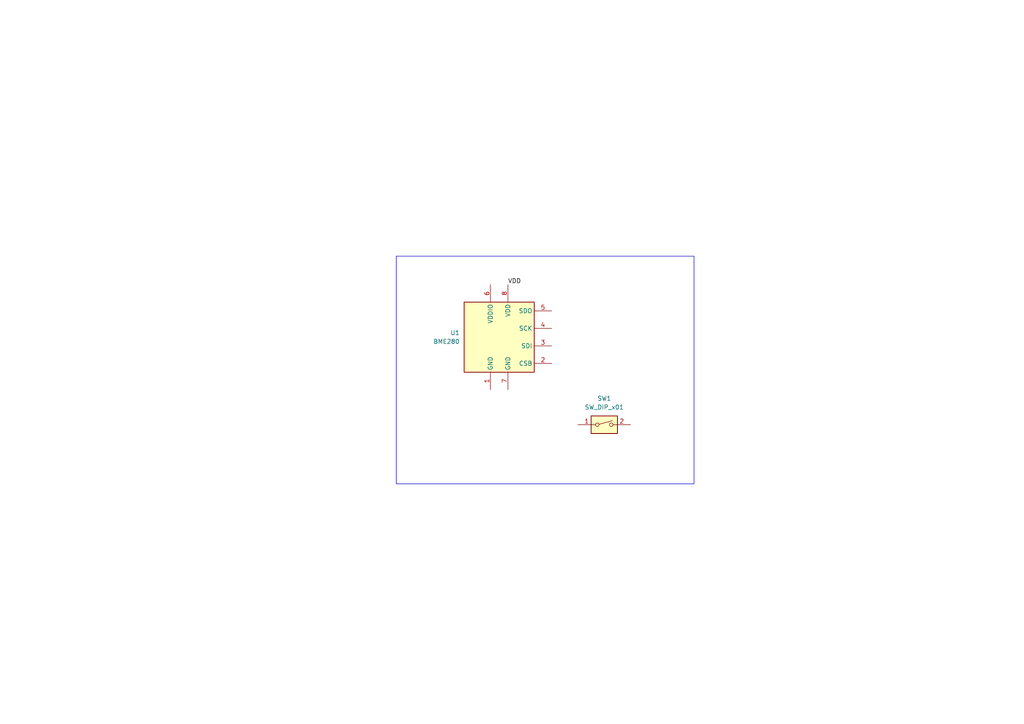
<source format=kicad_sch>
(kicad_sch (version 20250114) (generator "eeschema") (generator_version "9.0")
  (paper "A4")
  (lib_symbols
    (symbol "Sensor:BME280"
      (property "Reference" "U" (at -8.89 11.43 0))
      (property "Value" "BME280" (at 7.62 11.43 0))
      (symbol "BME280_0_1"
        (rectangle (start -10.16 10.16) (end 10.16 -10.16) (stroke (width 0.254)) (fill (type background)))
      )
      (symbol "BME280_1_1"
        (pin power_in line (at -2.54 15.24 270) (length 5.08) (name "VDDIO") (number "6"))
        (pin power_in line (at -2.54 -15.24 90) (length 5.08) (name "GND") (number "1"))
        (pin power_in line (at 2.54 15.24 270) (length 5.08) (name "VDD") (number "8"))
        (pin power_in line (at 2.54 -15.24 90) (length 5.08) (name "GND") (number "7"))
        (pin bidirectional line (at 15.24 7.62 180) (length 5.08) (name "SDO") (number "5"))
        (pin input line (at 15.24 2.54 180) (length 5.08) (name "SCK") (number "4"))
        (pin bidirectional line (at 15.24 -2.54 180) (length 5.08) (name "SDI") (number "3"))
        (pin input line (at 15.24 -7.62 180) (length 5.08) (name "CSB") (number "2"))
      )
    )
    (symbol "Switch:SW_DIP_x01" (pin_names (offset 0) (hide yes))
      (property "Reference" "SW" (at 0 3.81 0))
      (property "Value" "SW_DIP_x01" (at 0 -3.81 0))
      (symbol "SW_DIP_x01_0_0"
        (circle (center -2.032 0) (radius 0.508))
        (polyline (pts (xy -1.524 0.127) (xy 2.3622 1.1684)))
        (circle (center 2.032 0) (radius 0.508))
      )
      (symbol "SW_DIP_x01_0_1"
        (rectangle (start -3.81 2.54) (end 3.81 -2.54) (stroke (width 0.254)) (fill (type background)))
      )
      (symbol "SW_DIP_x01_1_1"
        (pin passive line (at -7.62 0 0) (length 5.08) (name "~") (number "1"))
        (pin passive line (at 7.62 0 180) (length 5.08) (name "~") (number "2"))
      )
    )
  )
  (rectangle (start 114.935 74.295) (end 201.295 140.335))
  (label "VDD" (at 147.32 82.55 0))
  (symbol (lib_id "Sensor:BME280") (at 144.78 97.79 0) (unit 1)
    (property "Reference" "U1" (at 133.35 96.5199 0) (effects (justify right)))
    (property "Value" "BME280" (at 133.35 99.0599 0) (effects (justify right)))
    (property "Footprint" "Package_LGA:Bosch_LGA-8_2.5x2.5mm_P0.65mm_ClockwisePinNumbering" (effects (hide yes)))
    (property "Datasheet" "https://www.bosch-sensortec.com/media/boschsensortec/downloads/datasheets/bst-bme280-ds002.pdf" (effects (hide yes)))
    (property "Description" "3-in-1 sensor, humidity, pressure, temperature, I2C and SPI interface, 1.71-3.6V, LGA-8" (effects (hide yes)))
  )
  (symbol (lib_id "Switch:SW_DIP_x01") (at 175.26 123.19 0) (unit 1)
    (property "Reference" "SW1" (at 175.26 115.57 0))
    (property "Value" "SW_DIP_x01" (at 175.26 118.11 0))
    (property "Footprint" "Button_Switch_SMD:SW_DIP_SPSTx01_Slide_6.7x4.1mm_W6.73mm_P2.54mm_LowProfile_JPin" (effects (hide yes)))
    (property "Description" "1x DIP Switch, Single Pole Single Throw (SPST) switch, small symbol" (effects (hide yes)))
  )
)
</source>
